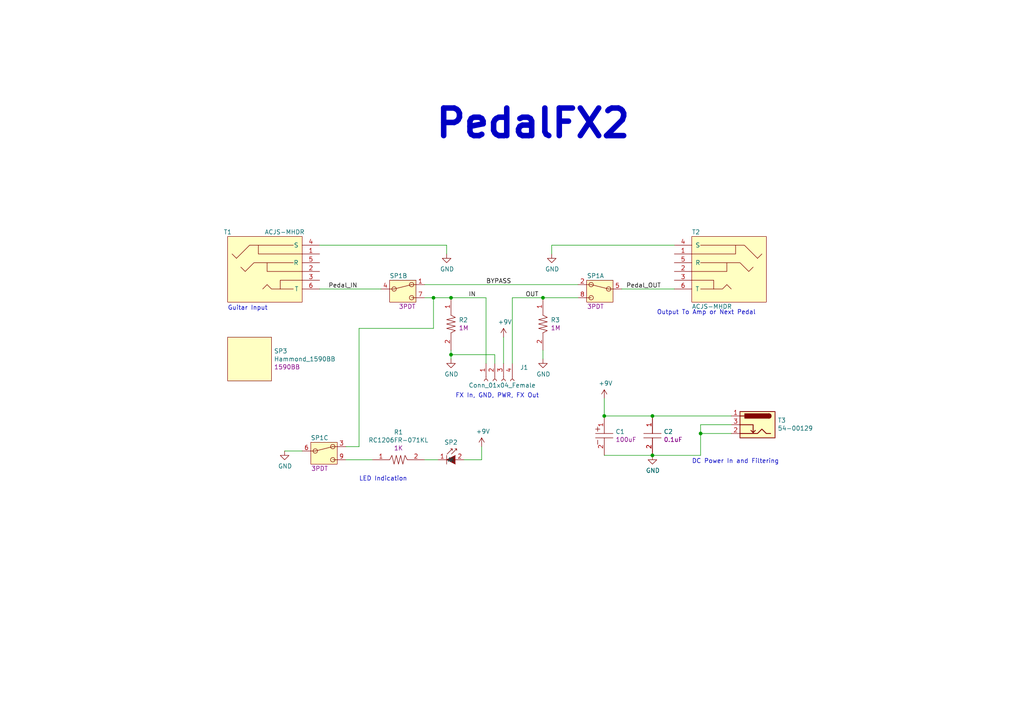
<source format=kicad_sch>
(kicad_sch (version 20230121) (generator eeschema)
  (paper "A4")
  (lib_symbols
    (symbol "PedalFX2_1590BB_PedalTemp-rescue:3PDT-StompSwitch_Alt-Special" (pin_names (offset 1.016))
      (property "Reference" "SP" (at -8.89 3.81 0))
      (property "Value" "Special_3PDT-StompSwitch_Alt" (at 0 -5.08 0))
      (property "_Value_" "3PDT" (at 58.42 63.5 0))
      (symbol "3PDT-StompSwitch_Alt-Special_1_1"
        (rectangle (start -3.81 2.54) (end 3.81 -3.81) (fill (type background)))
        (circle (center -2.54 0) (radius 0.635))
        (polyline (pts (xy -2.54 0) (xy -3.81 0)))
        (polyline (pts (xy -2.54 0) (xy 2.54 1.27)))
        (polyline (pts (xy 3.81 -2.54) (xy 2.54 -2.54)))
        (polyline (pts (xy 3.81 1.27) (xy 2.54 1.27)))
        (circle (center 2.54 -2.54) (radius 0.635))
        (circle (center 2.54 1.27) (radius 0.635))
        (pin passive line (at 6.35 1.27 180) (length 2.54) (name "~") (number "2"))
        (pin passive line (at -6.35 0 0) (length 2.54) (name "~") (number "5"))
        (pin passive line (at 6.35 -2.54 180) (length 2.54) (name "~") (number "8"))
      )
      (symbol "3PDT-StompSwitch_Alt-Special_2_1"
        (rectangle (start -3.81 2.54) (end 3.81 2.54))
        (circle (center -2.54 0) (radius 0.635))
        (polyline (pts (xy -3.81 0) (xy -2.54 0)))
        (polyline (pts (xy -2.54 0) (xy 2.54 1.27)))
        (polyline (pts (xy 2.54 -2.54) (xy 3.81 -2.54)))
        (polyline (pts (xy 3.81 1.27) (xy 2.54 1.27)))
        (circle (center 2.54 -2.54) (radius 0.635))
        (circle (center 2.54 1.27) (radius 0.635))
        (rectangle (start 3.81 2.54) (end -3.81 -3.81) (fill (type background)))
        (pin passive line (at 6.35 1.27 180) (length 2.54) (name "~") (number "1"))
        (pin passive line (at -6.35 0 0) (length 2.54) (name "~") (number "4"))
        (pin passive line (at 6.35 -2.54 180) (length 2.54) (name "~") (number "7"))
      )
      (symbol "3PDT-StompSwitch_Alt-Special_3_1"
        (rectangle (start -3.81 2.54) (end 3.81 -3.81) (fill (type background)))
        (circle (center -2.54 0) (radius 0.635))
        (polyline (pts (xy -2.54 0) (xy -3.81 0)))
        (polyline (pts (xy -2.54 0) (xy 2.54 1.27)))
        (polyline (pts (xy 2.54 -2.54) (xy 3.81 -2.54)))
        (polyline (pts (xy 3.81 1.27) (xy 2.54 1.27)))
        (circle (center 2.54 -2.54) (radius 0.635))
        (circle (center 2.54 1.27) (radius 0.635))
        (pin passive line (at 6.35 1.27 180) (length 2.54) (name "~") (number "3"))
        (pin passive line (at -6.35 0 0) (length 2.54) (name "~") (number "6"))
        (pin passive line (at 6.35 -2.54 180) (length 2.54) (name "~") (number "9"))
      )
    )
    (symbol "PedalFX2_1590BB_PedalTemp-rescue:54-00129-Connectors" (pin_names (offset 1.016))
      (property "Reference" "T" (at -5.08 5.08 0))
      (property "Value" "Connectors_54-00129" (at 0 -5.08 0))
      (symbol "54-00129-Connectors_1_1"
        (rectangle (start -5.08 3.81) (end 5.08 -3.81) (stroke (width 0.254)) (fill (type background)))
        (arc (start -3.302 3.175) (mid -3.9343 2.54) (end -3.302 1.905) (stroke (width 0.254)))
        (arc (start -3.302 3.175) (mid -3.9343 2.54) (end -3.302 1.905) (stroke (width 0.254)) (fill (type outline)))
        (polyline (pts (xy 1.27 -2.286) (xy 1.905 -1.651)) (stroke (width 0.254)))
        (polyline (pts (xy 5.08 2.54) (xy 3.81 2.54)) (stroke (width 0.254)))
        (polyline (pts (xy 5.08 0) (xy 1.27 0) (xy 1.27 -2.286) (xy 0.635 -1.651)) (stroke (width 0.254)))
        (polyline (pts (xy -3.81 -2.54) (xy -2.54 -2.54) (xy -1.27 -1.27) (xy 0 -2.54) (xy 2.54 -2.54) (xy 5.08 -2.54)) (stroke (width 0.254)))
        (rectangle (start 3.683 3.175) (end -3.302 1.905) (stroke (width 0.254)) (fill (type outline)))
        (pin passive line (at 7.62 2.54 180) (length 2.54) (name "~") (number "1"))
        (pin passive line (at 7.62 -2.54 180) (length 2.54) (name "~") (number "2"))
        (pin passive line (at 7.62 0 180) (length 2.54) (name "~") (number "3"))
      )
    )
    (symbol "PedalFX2_1590BB_PedalTemp-rescue:ACJS-MHDR-Connectors" (pin_names (offset 1.016))
      (property "Reference" "T" (at 0 40.64 0))
      (property "Value" "Connectors_ACJS-MHDR" (at 3.81 43.18 0))
      (symbol "ACJS-MHDR-Connectors_0_1"
        (rectangle (start -21.59 5.08) (end 0 -13.97) (fill (type background)))
        (polyline (pts (xy -20.32 0) (xy -19.05 -1.27)))
        (polyline (pts (xy -11.43 -10.16) (xy -11.43 -10.16)))
        (polyline (pts (xy -10.16 -8.89) (xy -11.43 -10.16)))
        (polyline (pts (xy -6.35 -10.16) (xy -6.35 -7.62)))
        (polyline (pts (xy 0 -7.62) (xy -6.35 -7.62)))
        (polyline (pts (xy -2.54 -10.16) (xy -8.89 -10.16) (xy -10.16 -8.89)))
        (polyline (pts (xy -2.54 2.54) (xy -15.24 2.54) (xy -19.05 -1.27)))
        (polyline (pts (xy 0 -5.08) (xy -10.16 -5.08) (xy -10.16 -2.54)))
        (polyline (pts (xy 0 0) (xy -12.7 0) (xy -12.7 2.54)))
        (polyline (pts (xy -2.54 -2.54) (xy -13.97 -2.54) (xy -16.51 -5.08) (xy -17.78 -3.81)))
      )
      (symbol "ACJS-MHDR-Connectors_1_1"
        (pin passive line (at 5.08 0 180) (length 5.08) (name "~") (number "1"))
        (pin passive line (at 5.08 -5.08 180) (length 5.08) (name "~") (number "2"))
        (pin passive line (at 5.08 -7.62 180) (length 5.08) (name "~") (number "3"))
        (pin passive line (at 5.08 2.54 180) (length 5.08) (name "S") (number "4"))
        (pin passive line (at 5.08 -2.54 180) (length 5.08) (name "R") (number "5"))
        (pin passive line (at 5.08 -10.16 180) (length 5.08) (name "T") (number "6"))
      )
    )
    (symbol "PedalFX2_1590BB_PedalTemp-rescue:CL21B104KCFNNNE-AVR-KiCAD-Lib-Capacitors" (pin_names (offset 1.016))
      (property "Reference" "C" (at -2.54 2.54 0))
      (property "_Value_" "0.1uF" (at 58.42 63.5 0))
      (symbol "CL21B104KCFNNNE-AVR-KiCAD-Lib-Capacitors_1_1"
        (polyline (pts (xy 0 2.54) (xy 0 -2.54)))
        (polyline (pts (xy 1.27 2.54) (xy 1.27 -2.54)))
        (pin input line (at -5.08 0 0) (length 5.08) (name "~") (number "1"))
        (pin input line (at 6.35 0 180) (length 5.08) (name "~") (number "2"))
      )
    )
    (symbol "PedalFX2_1590BB_PedalTemp-rescue:Conn_01x04_Female-Connector" (pin_names (offset 1.016) hide)
      (property "Reference" "J" (at 0 5.08 0))
      (property "Value" "Connector_Conn_01x04_Female" (at 0 -7.62 0))
      (symbol "Conn_01x04_Female-Connector_1_1"
        (arc (start 0 -4.572) (mid -0.5058 -5.08) (end 0 -5.588) (stroke (width 0.1524)))
        (arc (start 0 -2.032) (mid -0.5058 -2.54) (end 0 -3.048) (stroke (width 0.1524)))
        (polyline (pts (xy -1.27 -5.08) (xy -0.508 -5.08)) (stroke (width 0.1524)))
        (polyline (pts (xy -1.27 -2.54) (xy -0.508 -2.54)) (stroke (width 0.1524)))
        (polyline (pts (xy -1.27 0) (xy -0.508 0)) (stroke (width 0.1524)))
        (polyline (pts (xy -1.27 2.54) (xy -0.508 2.54)) (stroke (width 0.1524)))
        (arc (start 0 0.508) (mid -0.5058 0) (end 0 -0.508) (stroke (width 0.1524)))
        (arc (start 0 3.048) (mid -0.5058 2.54) (end 0 2.032) (stroke (width 0.1524)))
        (pin passive line (at -5.08 2.54 0) (length 3.81) (name "Pin_1") (number "1"))
        (pin passive line (at -5.08 0 0) (length 3.81) (name "Pin_2") (number "2"))
        (pin passive line (at -5.08 -2.54 0) (length 3.81) (name "Pin_3") (number "3"))
        (pin passive line (at -5.08 -5.08 0) (length 3.81) (name "Pin_4") (number "4"))
      )
    )
    (symbol "PedalFX2_1590BB_PedalTemp-rescue:HLMP-4700-C0002-Special" (pin_names (offset 1.016))
      (property "Reference" "SP" (at -2.54 2.54 0))
      (property "Value" "Special_HLMP-4700-C0002" (at 1.27 5.08 0))
      (symbol "HLMP-4700-C0002-Special_0_1"
        (polyline (pts (xy 1.651 3.175) (xy 1.143 3.175)))
      )
      (symbol "HLMP-4700-C0002-Special_1_1"
        (polyline (pts (xy -1.27 1.27) (xy -1.27 -1.27)) (stroke (width 0.1524)))
        (polyline (pts (xy 0.127 1.651) (xy 1.651 3.175) (xy 1.651 2.667)))
        (polyline (pts (xy 1.27 1.27) (xy -1.27 0) (xy 1.27 -1.27)) (fill (type outline)))
        (polyline (pts (xy -1.143 1.651) (xy 0.381 3.175) (xy 0.381 2.667) (xy 0.381 3.175) (xy -0.127 3.175)))
        (pin passive line (at -3.81 0 0) (length 2.54) (name "K") (number "1"))
        (pin passive line (at 3.81 0 180) (length 2.54) (name "A") (number "2"))
      )
    )
    (symbol "PedalFX2_1590BB_PedalTemp-rescue:Hammond_1590BB-Special" (pin_names (offset 1.016))
      (property "Reference" "SP" (at 1.27 1.27 0))
      (property "Value" "Special_Hammond_1590BB" (at 8.89 -13.97 0))
      (property "_Value_" "1590BB" (at 58.42 63.5 0))
      (symbol "Hammond_1590BB-Special_0_1"
        (rectangle (start 0 0) (end 12.7 -12.7) (fill (type background)))
      )
    )
    (symbol "PedalFX2_1590BB_PedalTemp-rescue:RC1206FR-071KL-Resistors" (pin_names (offset 1.016))
      (property "Reference" "R" (at -2.54 2.54 0))
      (property "Value" "Resistors_RC1206FR-071KL" (at 1.27 5.08 0))
      (property "_Value_" "1K" (at 58.42 63.5 0))
      (symbol "RC1206FR-071KL-Resistors_1_1"
        (polyline (pts (xy -2.54 0) (xy -1.905 1.27) (xy -1.27 -1.27) (xy -0.635 1.27) (xy 0 -1.27) (xy 0.635 1.27) (xy 1.27 -1.27) (xy 1.905 1.27) (xy 2.54 0)))
        (pin passive line (at -7.62 0 0) (length 5.08) (name "~") (number "1"))
        (pin passive line (at 7.62 0 180) (length 5.08) (name "~") (number "2"))
      )
    )
    (symbol "PedalFX2_1590BB_PedalTemp-rescue:RC1206FR-071ML-Resistors" (pin_names (offset 1.016))
      (property "Reference" "R" (at -2.54 2.54 0))
      (property "Value" "Resistors_RC1206FR-071ML" (at 1.27 5.08 0))
      (property "_Value_" "1M" (at 58.42 63.5 0))
      (symbol "RC1206FR-071ML-Resistors_1_1"
        (polyline (pts (xy -2.54 0) (xy -1.905 1.27) (xy -1.27 -1.27) (xy -0.635 1.27) (xy 0 -1.27) (xy 0.635 1.27) (xy 1.27 -1.27) (xy 1.905 1.27) (xy 2.54 0)))
        (pin passive line (at -7.62 0 0) (length 5.08) (name "~") (number "1"))
        (pin passive line (at 7.62 0 180) (length 5.08) (name "~") (number "2"))
      )
    )
    (symbol "PedalFX2_1590BB_PedalTemp-rescue:UFW1H101MPD-AVR-KiCAD-Lib-Capacitors" (pin_names (offset 1.016))
      (property "Reference" "C" (at -2.54 2.54 0))
      (property "_Value_" "100uF" (at 58.42 63.5 0))
      (symbol "UFW1H101MPD-AVR-KiCAD-Lib-Capacitors_0_1"
        (polyline (pts (xy -1.27 -1.27) (xy -1.27 -2.54)))
        (polyline (pts (xy -0.635 -1.905) (xy -1.905 -1.905)))
        (polyline (pts (xy 1.905 -1.905) (xy 3.175 -1.905)))
      )
      (symbol "UFW1H101MPD-AVR-KiCAD-Lib-Capacitors_1_1"
        (polyline (pts (xy 0 2.54) (xy 0 -2.54)))
        (polyline (pts (xy 1.27 2.54) (xy 1.27 -2.54)))
        (pin input line (at -5.08 0 0) (length 5.08) (name "~") (number "1"))
        (pin input line (at 6.35 0 180) (length 5.08) (name "~") (number "2"))
      )
    )
    (symbol "power:+9V" (power) (pin_names (offset 0))
      (property "Value" "+9V" (at 0 3.556 0))
      (symbol "+9V_0_1"
        (polyline (pts (xy -0.762 1.27) (xy 0 2.54)))
        (polyline (pts (xy 0 0) (xy 0 2.54)))
        (polyline (pts (xy 0 2.54) (xy 0.762 1.27)))
      )
      (symbol "+9V_1_1"
        (pin power_in line (at 0 0 90) (length 0) hide (name "+9V") (number "1"))
      )
    )
    (symbol "power:GND" (power) (pin_names (offset 0))
      (property "Value" "GND" (at 0 -3.81 0))
      (symbol "GND_0_1"
        (polyline (pts (xy 0 0) (xy 0 -1.27) (xy 1.27 -1.27) (xy 0 -2.54) (xy -1.27 -1.27) (xy 0 -1.27)))
      )
      (symbol "GND_1_1"
        (pin power_in line (at 0 0 270) (length 0) hide (name "GND") (number "1"))
      )
    )
  )
  (junction (at 175.26 120.65))
  (junction (at 203.2 125.73))
  (junction (at 130.81 102.87))
  (junction (at 130.81 86.36))
  (junction (at 125.73 86.36))
  (junction (at 189.23 120.65))
  (junction (at 157.48 86.36))
  (junction (at 189.23 132.08))
  (wire (pts (xy 157.48 86.36) (xy 167.64 86.36)))
  (wire (pts (xy 140.97 86.36) (xy 140.97 105.41)))
  (wire (pts (xy 123.19 86.36) (xy 125.73 86.36)))
  (wire (pts (xy 195.58 71.12) (xy 160.02 71.12)))
  (wire (pts (xy 212.09 123.19) (xy 203.2 123.19)))
  (wire (pts (xy 139.7 133.35) (xy 134.62 133.35)))
  (wire (pts (xy 125.73 95.25) (xy 125.73 86.36)))
  (wire (pts (xy 110.49 83.82) (xy 92.71 83.82)))
  (wire (pts (xy 92.71 71.12) (xy 129.54 71.12)))
  (wire (pts (xy 148.59 86.36) (xy 157.48 86.36)))
  (wire (pts (xy 189.23 120.65) (xy 175.26 120.65)))
  (wire (pts (xy 143.51 102.87) (xy 130.81 102.87)))
  (wire (pts (xy 100.33 133.35) (xy 107.95 133.35)))
  (wire (pts (xy 129.54 71.12) (xy 129.54 73.66)))
  (wire (pts (xy 203.2 132.08) (xy 189.23 132.08)))
  (wire (pts (xy 139.7 129.54) (xy 139.7 133.35)))
  (wire (pts (xy 189.23 120.65) (xy 212.09 120.65)))
  (wire (pts (xy 175.26 115.57) (xy 175.26 120.65)))
  (wire (pts (xy 160.02 71.12) (xy 160.02 73.66)))
  (wire (pts (xy 195.58 83.82) (xy 180.34 83.82)))
  (wire (pts (xy 130.81 86.36) (xy 140.97 86.36)))
  (wire (pts (xy 87.63 130.81) (xy 82.55 130.81)))
  (wire (pts (xy 148.59 105.41) (xy 148.59 86.36)))
  (wire (pts (xy 203.2 123.19) (xy 203.2 125.73)))
  (wire (pts (xy 212.09 125.73) (xy 203.2 125.73)))
  (wire (pts (xy 104.14 129.54) (xy 104.14 95.25)))
  (wire (pts (xy 100.33 129.54) (xy 104.14 129.54)))
  (wire (pts (xy 130.81 104.14) (xy 130.81 102.87)))
  (wire (pts (xy 125.73 86.36) (xy 130.81 86.36)))
  (wire (pts (xy 123.19 82.55) (xy 167.64 82.55)))
  (wire (pts (xy 130.81 102.87) (xy 130.81 101.6)))
  (wire (pts (xy 157.48 101.6) (xy 157.48 104.14)))
  (wire (pts (xy 175.26 132.08) (xy 189.23 132.08)))
  (wire (pts (xy 146.05 97.79) (xy 146.05 105.41)))
  (wire (pts (xy 203.2 125.73) (xy 203.2 132.08)))
  (wire (pts (xy 104.14 95.25) (xy 125.73 95.25)))
  (wire (pts (xy 143.51 105.41) (xy 143.51 102.87)))
  (wire (pts (xy 123.19 133.35) (xy 127 133.35)))
  (text "FX In, GND, PWR, FX Out" (at 132.08 115.57 0) (effects (font (size 1.27 1.27)) (justify left bottom)))
  (text "LED Indication" (at 104.14 139.7 0) (effects (font (size 1.27 1.27)) (justify left bottom)))
  (text "PedalFX2" (at 125.73 40.64 0) (effects (font (size 8.001 8.001) (thickness 1.6002) bold) (justify left bottom)))
  (text "Guitar Input" (at 66.04 90.17 0) (effects (font (size 1.27 1.27)) (justify left bottom)))
  (text "DC Power In and Filtering" (at 200.66 134.62 0) (effects (font (size 1.27 1.27)) (justify left bottom)))
  (text "Output To Amp or Next Pedal" (at 190.5 91.44 0) (effects (font (size 1.27 1.27)) (justify left bottom)))
  (label "BYPASS" (at 140.97 82.55 0))
  (label "Pedal_IN" (at 95.25 83.82 0))
  (label "IN" (at 135.89 86.36 0))
  (label "Pedal_OUT" (at 181.61 83.82 0))
  (label "OUT" (at 152.4 86.36 0))
  (symbol (lib_id "PedalFX2_1590BB_PedalTemp-rescue:3PDT-StompSwitch_Alt-Special") (at 173.99 83.82 0) (mirror y) (unit 1)
    (property "Reference" "SP1" (at 172.72 80.01 0))
    (property "Value" "3PDT-StompSwitch_Alt" (effects hide))
    (property "Footprint" "AVR-KiCAD-Lib-Special:Switches_Stomp_Switch_3PDT" (effects hide))
    (property "Cost QTY: 1" "*" (effects hide))
    (property "Cost QTY: 1000" "*" (effects hide))
    (property "Cost QTY: 2500" "*" (effects hide))
    (property "Cost QTY: 5000" "*" (effects hide))
    (property "Cost QTY: 10000" "*" (effects hide))
    (property "MFR" "*" (effects hide))
    (property "MFR#" "*" (effects hide))
    (property "Vendor" "*" (effects hide))
    (property "Vendor #" "*" (effects hide))
    (property "Designer" "*" (effects hide))
    (property "Height" "*" (effects hide))
    (property "Date Created" "4/28/2019" (effects hide))
    (property "Date Modified" "4/28/2019" (effects hide))
    (property "Lead-Free ?" "*" (effects hide))
    (property "RoHS Levels" "*" (effects hide))
    (property "Mounting" "*" (effects hide))
    (property "Pin Count #" "*" (effects hide))
    (property "Status" "*" (effects hide))
    (property "Tolerance" "*" (effects hide))
    (property "Type" "*" (effects hide))
    (property "Voltage" "*" (effects hide))
    (property "Package" "*" (effects hide))
    (property "Description" "*" (effects hide))
    (property "_Value_" "3PDT" (at 172.72 88.9 0))
    (property "Management_ID" "*" (effects hide))
  )
  (symbol (lib_id "PedalFX2_1590BB_PedalTemp-rescue:3PDT-StompSwitch_Alt-Special") (at 116.84 83.82 0) (unit 2)
    (property "Reference" "SP1" (at 115.57 80.01 0))
    (property "Value" "3PDT-StompSwitch_Alt" (effects hide))
    (property "Footprint" "AVR-KiCAD-Lib-Special:Switches_Stomp_Switch_3PDT" (effects hide))
    (property "Cost QTY: 1" "*" (effects hide))
    (property "Cost QTY: 1000" "*" (effects hide))
    (property "Cost QTY: 2500" "*" (effects hide))
    (property "Cost QTY: 5000" "*" (effects hide))
    (property "Cost QTY: 10000" "*" (effects hide))
    (property "MFR" "*" (effects hide))
    (property "MFR#" "*" (effects hide))
    (property "Vendor" "*" (effects hide))
    (property "Vendor #" "*" (effects hide))
    (property "Designer" "*" (effects hide))
    (property "Height" "*" (effects hide))
    (property "Date Created" "4/28/2019" (effects hide))
    (property "Date Modified" "4/28/2019" (effects hide))
    (property "Lead-Free ?" "*" (effects hide))
    (property "RoHS Levels" "*" (effects hide))
    (property "Mounting" "*" (effects hide))
    (property "Pin Count #" "*" (effects hide))
    (property "Status" "*" (effects hide))
    (property "Tolerance" "*" (effects hide))
    (property "Type" "*" (effects hide))
    (property "Voltage" "*" (effects hide))
    (property "Package" "*" (effects hide))
    (property "Description" "*" (effects hide))
    (property "_Value_" "3PDT" (at 118.11 88.9 0))
    (property "Management_ID" "*" (effects hide))
  )
  (symbol (lib_id "PedalFX2_1590BB_PedalTemp-rescue:3PDT-StompSwitch_Alt-Special") (at 93.98 130.81 0) (unit 3)
    (property "Reference" "SP1" (at 92.71 127 0))
    (property "Value" "3PDT-StompSwitch_Alt" (effects hide))
    (property "Footprint" "AVR-KiCAD-Lib-Special:Switches_Stomp_Switch_3PDT" (effects hide))
    (property "Cost QTY: 1" "*" (effects hide))
    (property "Cost QTY: 1000" "*" (effects hide))
    (property "Cost QTY: 2500" "*" (effects hide))
    (property "Cost QTY: 5000" "*" (effects hide))
    (property "Cost QTY: 10000" "*" (effects hide))
    (property "MFR" "*" (effects hide))
    (property "MFR#" "*" (effects hide))
    (property "Vendor" "*" (effects hide))
    (property "Vendor #" "*" (effects hide))
    (property "Designer" "*" (effects hide))
    (property "Height" "*" (effects hide))
    (property "Date Created" "4/28/2019" (effects hide))
    (property "Date Modified" "4/28/2019" (effects hide))
    (property "Lead-Free ?" "*" (effects hide))
    (property "RoHS Levels" "*" (effects hide))
    (property "Mounting" "*" (effects hide))
    (property "Pin Count #" "*" (effects hide))
    (property "Status" "*" (effects hide))
    (property "Tolerance" "*" (effects hide))
    (property "Type" "*" (effects hide))
    (property "Voltage" "*" (effects hide))
    (property "Package" "*" (effects hide))
    (property "Description" "*" (effects hide))
    (property "_Value_" "3PDT" (at 92.71 135.89 0))
    (property "Management_ID" "*" (effects hide))
  )
  (symbol (lib_id "power:GND") (at 129.54 73.66 0) (unit 1)
    (property "Reference" "#PWR02" (effects hide))
    (property "Value" "GND" (at 129.667 78.0542 0))
  )
  (symbol (lib_id "power:GND") (at 160.02 73.66 0) (unit 1)
    (property "Reference" "#PWR07" (effects hide))
    (property "Value" "GND" (at 160.147 78.0542 0))
  )
  (symbol (lib_id "PedalFX2_1590BB_PedalTemp-rescue:Conn_01x04_Female-Connector") (at 143.51 110.49 90) (mirror x) (unit 1)
    (property "Reference" "J1" (at 150.8252 106.5784 90) (effects (justify right)))
    (property "Value" "Conn_01x04_Female" (at 135.89 111.76 90) (effects (justify right)))
    (property "Footprint" "Connector_PinHeader_2.54mm:PinHeader_1x04_P2.54mm_Vertical" (effects hide))
  )
  (symbol (lib_id "PedalFX2_1590BB_PedalTemp-rescue:RC1206FR-071ML-Resistors") (at 130.81 93.98 270) (unit 1)
    (property "Reference" "R2" (at 133.0452 92.8116 90) (effects (justify left)))
    (property "Value" "RC1206FR-071ML" (effects hide))
    (property "Footprint" "AVR-KiCAD-Lib-Resistors:R1206" (effects hide))
    (property "Datasheet" "http://www.yageo.com/documents/recent/PYu-RC_Group_51_RoHS_L_10.pdf" (effects hide))
    (property "Cost QTY: 1" "0.100" (effects hide))
    (property "Cost QTY: 1000" "0.01480" (effects hide))
    (property "Cost QTY: 2500" "0.01300" (effects hide))
    (property "Cost QTY: 5000" "*" (effects hide))
    (property "Cost QTY: 10000" "*" (effects hide))
    (property "MFR" "Yageo" (effects hide))
    (property "MFR#" "RC1206FR-071ML" (effects hide))
    (property "Vendor" "Digikey" (effects hide))
    (property "Vendor #" "311-1.00MFRCT-ND" (effects hide))
    (property "Designer" "AVR" (effects hide))
    (property "Height" "0.65mm" (effects hide))
    (property "Date Created" "4/28/2019" (effects hide))
    (property "Date Modified" "4/28/2019" (effects hide))
    (property "Lead-Free ?" "Yes" (effects hide))
    (property "RoHS Levels" "1" (effects hide))
    (property "Mounting" "SMT" (effects hide))
    (property "Pin Count #" "2" (effects hide))
    (property "Status" "Active" (effects hide))
    (property "Tolerance" "1%" (effects hide))
    (property "Type" "SMT Chip Resistor" (effects hide))
    (property "Voltage" "*" (effects hide))
    (property "Package" "1206" (effects hide))
    (property "_Value_" "1M" (at 133.0452 95.123 90) (effects (justify left)))
    (property "Management_ID" "*" (effects hide))
    (property "Description" "RES SMD 1M OHM 1% 1/4W 1206" (effects hide))
  )
  (symbol (lib_id "PedalFX2_1590BB_PedalTemp-rescue:RC1206FR-071ML-Resistors") (at 157.48 93.98 270) (unit 1)
    (property "Reference" "R3" (at 159.7152 92.8116 90) (effects (justify left)))
    (property "Value" "RC1206FR-071ML" (effects hide))
    (property "Footprint" "AVR-KiCAD-Lib-Resistors:R1206" (effects hide))
    (property "Datasheet" "http://www.yageo.com/documents/recent/PYu-RC_Group_51_RoHS_L_10.pdf" (effects hide))
    (property "Cost QTY: 1" "0.100" (effects hide))
    (property "Cost QTY: 1000" "0.01480" (effects hide))
    (property "Cost QTY: 2500" "0.01300" (effects hide))
    (property "Cost QTY: 5000" "*" (effects hide))
    (property "Cost QTY: 10000" "*" (effects hide))
    (property "MFR" "Yageo" (effects hide))
    (property "MFR#" "RC1206FR-071ML" (effects hide))
    (property "Vendor" "Digikey" (effects hide))
    (property "Vendor #" "311-1.00MFRCT-ND" (effects hide))
    (property "Designer" "AVR" (effects hide))
    (property "Height" "0.65mm" (effects hide))
    (property "Date Created" "4/28/2019" (effects hide))
    (property "Date Modified" "4/28/2019" (effects hide))
    (property "Lead-Free ?" "Yes" (effects hide))
    (property "RoHS Levels" "1" (effects hide))
    (property "Mounting" "SMT" (effects hide))
    (property "Pin Count #" "2" (effects hide))
    (property "Status" "Active" (effects hide))
    (property "Tolerance" "1%" (effects hide))
    (property "Type" "SMT Chip Resistor" (effects hide))
    (property "Voltage" "*" (effects hide))
    (property "Package" "1206" (effects hide))
    (property "_Value_" "1M" (at 159.7152 95.123 90) (effects (justify left)))
    (property "Management_ID" "*" (effects hide))
    (property "Description" "RES SMD 1M OHM 1% 1/4W 1206" (effects hide))
  )
  (symbol (lib_id "power:GND") (at 157.48 104.14 0) (unit 1)
    (property "Reference" "#PWR06" (effects hide))
    (property "Value" "GND" (at 157.607 108.5342 0))
  )
  (symbol (lib_id "power:GND") (at 130.81 104.14 0) (unit 1)
    (property "Reference" "#PWR03" (effects hide))
    (property "Value" "GND" (at 130.937 108.5342 0))
  )
  (symbol (lib_id "power:+9V") (at 146.05 97.79 0) (unit 1)
    (property "Reference" "#PWR05" (effects hide))
    (property "Value" "+9V" (at 146.431 93.3958 0))
  )
  (symbol (lib_id "PedalFX2_1590BB_PedalTemp-rescue:RC1206FR-071KL-Resistors") (at 115.57 133.35 0) (unit 1)
    (property "Reference" "R1" (at 115.57 125.349 0))
    (property "Value" "RC1206FR-071KL" (at 115.57 127.6604 0))
    (property "Footprint" "AVR-KiCAD-Lib-Resistors:R1206" (effects hide))
    (property "Datasheet" "http://www.yageo.com/documents/recent/PYu-RC_Group_51_RoHS_L_10.pdf" (effects hide))
    (property "Cost QTY: 1" "0.10" (effects hide))
    (property "Cost QTY: 1000" "0.01480" (effects hide))
    (property "Cost QTY: 2500" "0.01300" (effects hide))
    (property "Cost QTY: 5000" "*" (effects hide))
    (property "Cost QTY: 10000" "*" (effects hide))
    (property "MFR" "Yageo" (effects hide))
    (property "MFR#" "RC1206FR-071KL" (effects hide))
    (property "Vendor" "Digikey" (effects hide))
    (property "Vendor #" "311-1.00KFRCT-ND" (effects hide))
    (property "Designer" "AVR" (effects hide))
    (property "Height" "0.65mm" (effects hide))
    (property "Date Created" "4/28/2019" (effects hide))
    (property "Date Modified" "4/28/2019" (effects hide))
    (property "Lead-Free ?" "Yes" (effects hide))
    (property "RoHS Levels" "1" (effects hide))
    (property "Mounting" "SMT" (effects hide))
    (property "Pin Count #" "2" (effects hide))
    (property "Status" "Active" (effects hide))
    (property "Tolerance" "1%" (effects hide))
    (property "Type" "SMT Chip Resistor" (effects hide))
    (property "Voltage" "*" (effects hide))
    (property "Package" "1206" (effects hide))
    (property "_Value_" "1K" (at 115.57 129.9718 0))
    (property "Management_ID" "*" (effects hide))
    (property "Description" "RES SMD 1K OHM 1% 1/4W 1206" (effects hide))
  )
  (symbol (lib_id "PedalFX2_1590BB_PedalTemp-rescue:HLMP-4700-C0002-Special") (at 130.81 133.35 0) (unit 1)
    (property "Reference" "SP2" (at 130.81 128.2954 0))
    (property "Value" "HLMP-4700-C0002" (effects hide))
    (property "Footprint" "AVR-KiCAD-Lib-Diodesl:LED_D5.0mm" (effects hide))
    (property "Datasheet" "https://docs.broadcom.com/docs/AV02-1557EN" (effects hide))
    (property "Cost QTY: 1" "0.61000" (effects hide))
    (property "Cost QTY: 1000" "*" (effects hide))
    (property "Cost QTY: 2500" "*" (effects hide))
    (property "Cost QTY: 5000" "*" (effects hide))
    (property "Cost QTY: 10000" "*" (effects hide))
    (property "MFR" "Broadcom" (effects hide))
    (property "MFR#" "HLMP-4700-C0002" (effects hide))
    (property "Vendor" "Digikey" (effects hide))
    (property "Vendor #" "516-2483-1-ND" (effects hide))
    (property "Designer" "AVR" (effects hide))
    (property "Height" "9.19mm" (effects hide))
    (property "Date Created" "4/29/2019" (effects hide))
    (property "Date Modified" "4/29/2019" (effects hide))
    (property "Lead-Free ?" "Yes" (effects hide))
    (property "RoHS Levels" "1" (effects hide))
    (property "Mounting" "ThroughHole" (effects hide))
    (property "Pin Count #" "2" (effects hide))
    (property "Status" "Active" (effects hide))
    (property "Tolerance" "*" (effects hide))
    (property "Type" "LED ThroughHole" (effects hide))
    (property "Voltage" "1.7V" (effects hide))
    (property "Package" "5mm" (effects hide))
    (property "Description" "LED RED DIFFUSED T-1 3/4 T/H" (effects hide))
    (property "_Value_" "HLMP-4700-C0002" (effects hide))
    (property "Management_ID" "*" (effects hide))
  )
  (symbol (lib_id "power:+9V") (at 139.7 129.54 0) (unit 1)
    (property "Reference" "#PWR04" (effects hide))
    (property "Value" "+9V" (at 140.081 125.1458 0))
  )
  (symbol (lib_id "power:GND") (at 82.55 130.81 0) (unit 1)
    (property "Reference" "#PWR01" (effects hide))
    (property "Value" "GND" (at 82.677 135.2042 0))
  )
  (symbol (lib_id "PedalFX2_1590BB_PedalTemp-rescue:CL21B104KCFNNNE-AVR-KiCAD-Lib-Capacitors") (at 189.23 125.73 270) (unit 1)
    (property "Reference" "C2" (at 192.4812 125.1966 90) (effects (justify left)))
    (property "Value" "CL21B104KCFNNNE" (effects hide))
    (property "Footprint" "AVR-KiCAD-Lib-Capacitors:C0805" (effects hide))
    (property "Datasheet" "https://www.samsungsem.com/kr/support/product-search/mlcc/__icsFiles/afieldfile/2018/07/23/CL21B104KCFNNNE.pdf" (effects hide))
    (property "Cost QTY: 1" "0.100" (effects hide))
    (property "Cost QTY: 1000" "0.01874" (effects hide))
    (property "Cost QTY: 2500" "*" (effects hide))
    (property "Cost QTY: 5000" "*" (effects hide))
    (property "Cost QTY: 10000" "*" (effects hide))
    (property "MFR" "Samsung Electro-Mechanics" (effects hide))
    (property "MFR#" "CL21B104KCFNNNE" (effects hide))
    (property "Vendor" "Digikey" (effects hide))
    (property "Vendor #" "1276-6840-1-ND" (effects hide))
    (property "Designer" "AVR" (effects hide))
    (property "Height" "1.35mm" (effects hide))
    (property "Date Created" "4/29/2019" (effects hide))
    (property "Date Modified" "4/29/2019" (effects hide))
    (property "Lead-Free ?" "Yes" (effects hide))
    (property "RoHS Levels" "1" (effects hide))
    (property "Mounting" "SMT" (effects hide))
    (property "Pin Count #" "2" (effects hide))
    (property "Status" "Active" (effects hide))
    (property "Tolerance" "10%" (effects hide))
    (property "Type" "SMT Ceramic Cap" (effects hide))
    (property "Voltage" "100V" (effects hide))
    (property "Package" "0805" (effects hide))
    (property "Description" "CAP CER 0.1UF 100V X7R 0805" (effects hide))
    (property "_Value_" "0.1uF" (at 192.4812 127.508 90) (effects (justify left)))
    (property "Management_ID" "*" (effects hide))
  )
  (symbol (lib_id "power:+9V") (at 175.26 115.57 0) (unit 1)
    (property "Reference" "#PWR08" (effects hide))
    (property "Value" "+9V" (at 175.641 111.1758 0))
  )
  (symbol (lib_id "power:GND") (at 189.23 132.08 0) (unit 1)
    (property "Reference" "#PWR09" (effects hide))
    (property "Value" "GND" (at 189.357 136.4742 0))
  )
  (symbol (lib_id "PedalFX2_1590BB_PedalTemp-rescue:UFW1H101MPD-AVR-KiCAD-Lib-Capacitors") (at 175.26 125.73 270) (unit 1)
    (property "Reference" "C1" (at 178.5112 125.1966 90) (effects (justify left)))
    (property "Value" "UFW1H101MPD" (effects hide))
    (property "Footprint" "AVR-KiCAD-Lib-Capacitors:CP_Radial_D8.0mm_P3.50mm" (effects hide))
    (property "Datasheet" "http://nichicon-us.com/english/products/pdfs/e-ufw.pdf" (effects hide))
    (property "Cost QTY: 1" "0.42000" (effects hide))
    (property "Cost QTY: 1000" "0.11096" (effects hide))
    (property "Cost QTY: 2500" "0.10512" (effects hide))
    (property "Cost QTY: 5000" "0.09928" (effects hide))
    (property "Cost QTY: 10000" "*" (effects hide))
    (property "MFR" "Nichicon" (effects hide))
    (property "MFR#" "UFW1H101MPD" (effects hide))
    (property "Vendor" "Digikey" (effects hide))
    (property "Vendor #" "493-15135-ND" (effects hide))
    (property "Designer" "AVR" (effects hide))
    (property "Height" "11.50mm" (effects hide))
    (property "Date Created" "4/29/2019" (effects hide))
    (property "Date Modified" "4/29/2019" (effects hide))
    (property "Lead-Free ?" "Yes" (effects hide))
    (property "RoHS Levels" "1" (effects hide))
    (property "Mounting" "ThroughHole" (effects hide))
    (property "Pin Count #" "2" (effects hide))
    (property "Status" "Active" (effects hide))
    (property "Tolerance" "20%" (effects hide))
    (property "Type" "Alu Electrolytic Cap" (effects hide))
    (property "Voltage" "50V" (effects hide))
    (property "Package" "Radial8X11.5X3.5" (effects hide))
    (property "Description" "CAP ALUM 100UF 20% 50V RADIAL" (effects hide))
    (property "_Value_" "100uF" (at 178.5112 127.508 90) (effects (justify left)))
    (property "Management_ID" "*" (effects hide))
  )
  (symbol (lib_id "PedalFX2_1590BB_PedalTemp-rescue:54-00129-Connectors") (at 219.71 123.19 0) (mirror y) (unit 1)
    (property "Reference" "T3" (at 225.552 121.92 0) (effects (justify right)))
    (property "Value" "54-00129" (at 225.552 124.2314 0) (effects (justify right)))
    (property "Footprint" "AVR-KiCAD-Lib-Connectors:BarrelJack_Horizontal" (effects hide))
    (property "Datasheet" "https://tensility.s3.amazonaws.com/uploads/pdffiles/54-00129.pdf?X-Amz-Expires=600&X-Amz-Date=20190429T194025Z&X-Amz-Algorithm=AWS4-HMAC-SHA256&X-Amz-Credential=AKIAIS2S4WRDQDSWDRZQ%2F20190429%2Fus-west-2%2Fs3%2Faws4_request&X-Amz-SignedHeaders=host&X-Amz-Signature=99ed9c1577b582c8da530602e03991aa31410fe8aa1a56b6fd76746e6c00ec53" (effects hide))
    (property "Cost QTY: 1" "0.93000" (effects hide))
    (property "Cost QTY: 1000" "0.51066" (effects hide))
    (property "Cost QTY: 2500" "0.46278" (effects hide))
    (property "Cost QTY: 5000" "*" (effects hide))
    (property "Cost QTY: 10000" "*" (effects hide))
    (property "MFR" "Tensility International Corp" (effects hide))
    (property "MFR#" "54-00129" (effects hide))
    (property "Vendor" "Digikey" (effects hide))
    (property "Vendor #" "839-1512-ND" (effects hide))
    (property "Designer" "AVR" (effects hide))
    (property "Height" "10.8mm" (effects hide))
    (property "Date Created" "4/29/2019" (effects hide))
    (property "Date Modified" "4/29/2019" (effects hide))
    (property "Lead-Free ?" "Yes" (effects hide))
    (property "RoHS Levels" "1" (effects hide))
    (property "Mounting" "ThroughHole" (effects hide))
    (property "Pin Count #" "3" (effects hide))
    (property "Status" "Active" (effects hide))
    (property "Tolerance" "*" (effects hide))
    (property "Type" "Barrel Jack Connector" (effects hide))
    (property "Voltage" "48V" (effects hide))
    (property "Package" "Barrel Jack" (effects hide))
    (property "Description" "Power Barrel Connector Jack 2.10mm ID (0.083\"), 5.50mm OD (0.217\") Through Hole, Right Angle" (effects hide))
    (property "_Value_" "54-00129" (effects hide))
    (property "Management_ID" "*" (effects hide))
  )
  (symbol (lib_id "PedalFX2_1590BB_PedalTemp-rescue:Hammond_1590BB-Special") (at 66.04 97.79 0) (unit 1)
    (property "Reference" "SP3" (at 79.4512 101.8286 0) (effects (justify left)))
    (property "Value" "Hammond_1590BB" (at 79.4512 104.14 0) (effects (justify left)))
    (property "Footprint" "AVR-KiCAD-Lib-Special:1590BB" (effects hide))
    (property "Datasheet" "https://www.hammfg.com/electronics/small-case/diecast/1590.pdf" (effects hide))
    (property "Cost QTY: 1" "10.01000" (effects hide))
    (property "Cost QTY: 1000" "7.22800" (effects hide))
    (property "Cost QTY: 2500" "*" (effects hide))
    (property "Cost QTY: 5000" "*" (effects hide))
    (property "Cost QTY: 10000" "*" (effects hide))
    (property "MFR" "Hammond Manufacturing" (effects hide))
    (property "MFR#" "1590BB" (effects hide))
    (property "Vendor" "Digikey" (effects hide))
    (property "Vendor #" "HM152-ND" (effects hide))
    (property "Designer" "AVR" (effects hide))
    (property "Height" "34mm" (effects hide))
    (property "Date Created" "5/9/2019" (effects hide))
    (property "Date Modified" "5/9/2019" (effects hide))
    (property "Lead-Free ?" "Yes" (effects hide))
    (property "RoHS Levels" "1" (effects hide))
    (property "Mounting" "*" (effects hide))
    (property "Pin Count #" "*" (effects hide))
    (property "Status" "*" (effects hide))
    (property "Tolerance" "*" (effects hide))
    (property "Type" "Enclosure, Cast Aluminum " (effects hide))
    (property "Voltage" "*" (effects hide))
    (property "Package" "*" (effects hide))
    (property "Description" "BOX ALUM UNPAINTED 4.71\"LX3.7\"W" (effects hide))
    (property "_Value_" "1590BB" (at 79.4512 106.4514 0) (effects (justify left)))
    (property "Management_ID" "*" (effects hide))
  )
  (symbol (lib_id "PedalFX2_1590BB_PedalTemp-rescue:ACJS-MHDR-Connectors") (at 87.63 73.66 0) (unit 1)
    (property "Reference" "T1" (at 66.04 67.31 0))
    (property "Value" "ACJS-MHDR" (at 82.55 67.31 0))
    (property "Footprint" "AVR-KiCAD-Lib-Connectors:ACJS-MHDR" (effects hide))
    (property "Cost QTY: 1" "1.41000" (effects hide))
    (property "Cost QTY: 1000" "0.81420" (effects hide))
    (property "Cost QTY: 2500" "0.74520" (effects hide))
    (property "Cost QTY: 5000" "*" (effects hide))
    (property "Cost QTY: 10000" "*" (effects hide))
    (property "MFR" "Amphenol Sine Systems Corp" (effects hide))
    (property "MFR#" "ACJS-MHDR" (effects hide))
    (property "Vendor" "Digikey" (effects hide))
    (property "Vendor #" "889-1817-ND" (effects hide))
    (property "Designer" "AVR" (effects hide))
    (property "Height" "12.7mm" (effects hide))
    (property "Date Created" "1/5/2019" (effects hide))
    (property "Date Modified" "1/5/2019" (effects hide))
    (property "Lead-Free ?" "Yes" (effects hide))
    (property "RoHS Levels" "RoHS 1" (effects hide))
    (property "Mounting" "ThroughHole" (effects hide))
    (property "Pin Count #" "6" (effects hide))
    (property "Status" "Active" (effects hide))
    (property "Tolerance" "*" (effects hide))
    (property "Type" "TRS Connector 6.35mm" (effects hide))
    (property "Voltage" "*" (effects hide))
    (property "Package" "*" (effects hide))
    (property "Description" "CONN JACK STEREO 1/4\" R/A" (effects hide))
    (property "_Value_" "ACJS-MHDR" (effects hide))
    (property "Management_ID" "*" (effects hide))
  )
  (symbol (lib_id "PedalFX2_1590BB_PedalTemp-rescue:ACJS-MHDR-Connectors") (at 200.66 73.66 0) (mirror y) (unit 1)
    (property "Reference" "T2" (at 200.66 67.31 0) (effects (justify right)))
    (property "Value" "ACJS-MHDR" (at 200.66 88.9 0) (effects (justify right)))
    (property "Footprint" "AVR-KiCAD-Lib-Connectors:ACJS-MHDR" (effects hide))
    (property "Cost QTY: 1" "1.41000" (effects hide))
    (property "Cost QTY: 1000" "0.81420" (effects hide))
    (property "Cost QTY: 2500" "0.74520" (effects hide))
    (property "Cost QTY: 5000" "*" (effects hide))
    (property "Cost QTY: 10000" "*" (effects hide))
    (property "MFR" "Amphenol Sine Systems Corp" (effects hide))
    (property "MFR#" "ACJS-MHDR" (effects hide))
    (property "Vendor" "Digikey" (effects hide))
    (property "Vendor #" "889-1817-ND" (effects hide))
    (property "Designer" "AVR" (effects hide))
    (property "Height" "12.7mm" (effects hide))
    (property "Date Created" "1/5/2019" (effects hide))
    (property "Date Modified" "1/5/2019" (effects hide))
    (property "Lead-Free ?" "Yes" (effects hide))
    (property "RoHS Levels" "RoHS 1" (effects hide))
    (property "Mounting" "ThroughHole" (effects hide))
    (property "Pin Count #" "6" (effects hide))
    (property "Status" "Active" (effects hide))
    (property "Tolerance" "*" (effects hide))
    (property "Type" "TRS Connector 6.35mm" (effects hide))
    (property "Voltage" "*" (effects hide))
    (property "Package" "*" (effects hide))
    (property "Description" "CONN JACK STEREO 1/4\" R/A" (effects hide))
    (property "_Value_" "ACJS-MHDR" (effects hide))
    (property "Management_ID" "*" (effects hide))
  )
)
</source>
